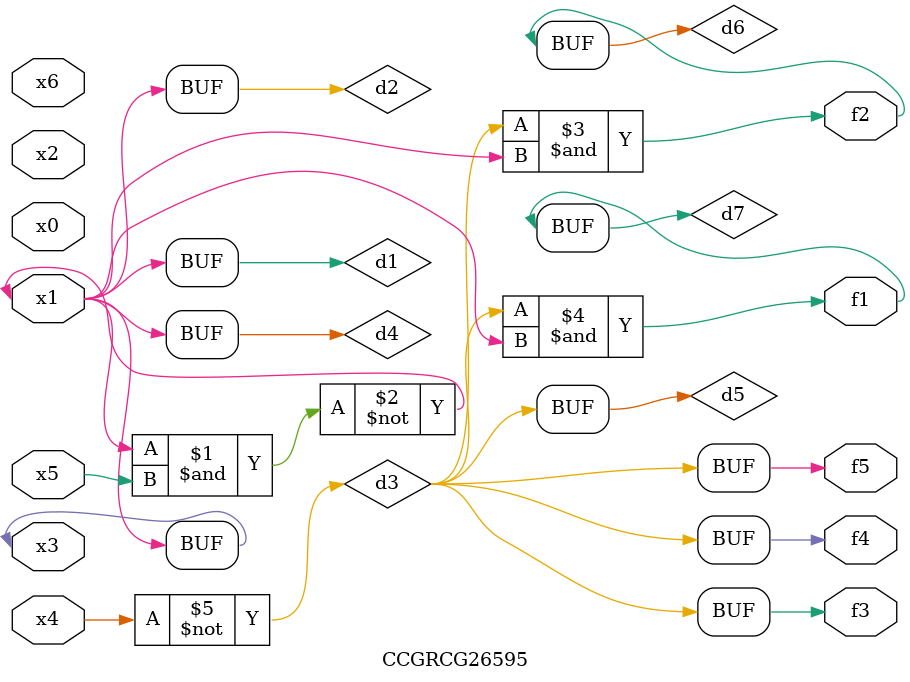
<source format=v>
module CCGRCG26595(
	input x0, x1, x2, x3, x4, x5, x6,
	output f1, f2, f3, f4, f5
);

	wire d1, d2, d3, d4, d5, d6, d7;

	buf (d1, x1, x3);
	nand (d2, x1, x5);
	not (d3, x4);
	buf (d4, d1, d2);
	buf (d5, d3);
	and (d6, d3, d4);
	and (d7, d3, d4);
	assign f1 = d7;
	assign f2 = d6;
	assign f3 = d5;
	assign f4 = d5;
	assign f5 = d5;
endmodule

</source>
